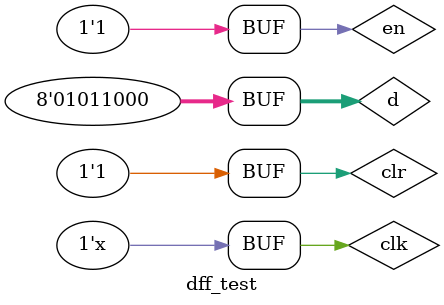
<source format=v>
`timescale 1ns / 1ps

`timescale 1ns/1ps

module dff_test();	
	reg clr;
	reg clk;
	reg en;
	reg [7:0] d;
	wire [7:0] q;

    dff u_dff(
        .clk(clk),
        .clr(clr),
        .en(en),
        .q(q),
        .d(d)
    );	

   initial begin
    #0 begin clk = 0; clr = 0; en = 0; d = 0; end
    #5 begin clr = 0; en = 0; d = 0; end
    #5 begin clr = 0; en = 0; d = 8'b00011100; end
    #5 begin clr = 0; en = 1; d = 0; end
    #5 begin clr = 0; en = 1; d = 8'b01101100; end
    #5 begin clr = 1; en = 0; d = 0; end
    #5 begin clr = 1; en = 0; d = 8'b00011001; end
    #5 begin clr = 1; en = 1; d = 0; end
    #5 begin clr = 1; en = 1; d = 8'b01011000; end
   end
   
   always #5 clk = ~clk;

endmodule

</source>
